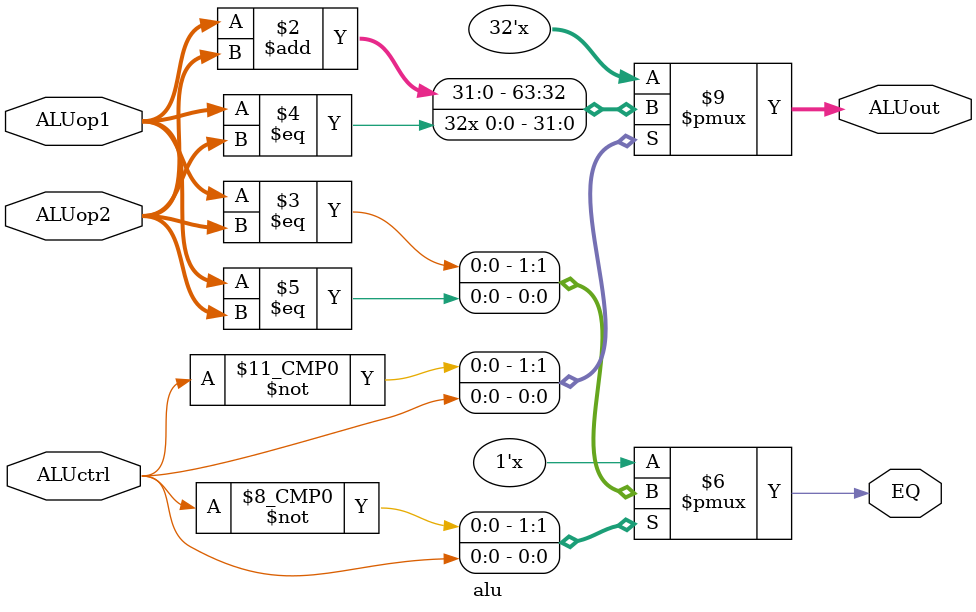
<source format=sv>
module alu# ( 
    parameter   ADDRESS_WIDTH = 32 
)(
    input logic [ADDRESS_WIDTH-1:0]     ALUop1,
    input logic [ADDRESS_WIDTH-1:0]     ALUop2,
    input logic                         ALUctrl,
    output logic [ADDRESS_WIDTH-1:0]    ALUout,
    output logic EQ
);

always_comb begin
    case(ALUctrl)
        1'b0: begin 
            ALUout = ALUop1 + ALUop2;
            EQ = (ALUop1 == ALUop2); //EQ 1 if equal Xnor
        end
        1'b1: begin 
            ALUout = {ADDRESS_WIDTH{(ALUop1 == ALUop2)}}; //AluOUT is 32b'0 or 32b'1
            EQ = (ALUop1 == ALUop2); 
        end
        default: begin
            ALUout = 0;
            EQ = 0;
        end
    endcase
end

endmodule

</source>
